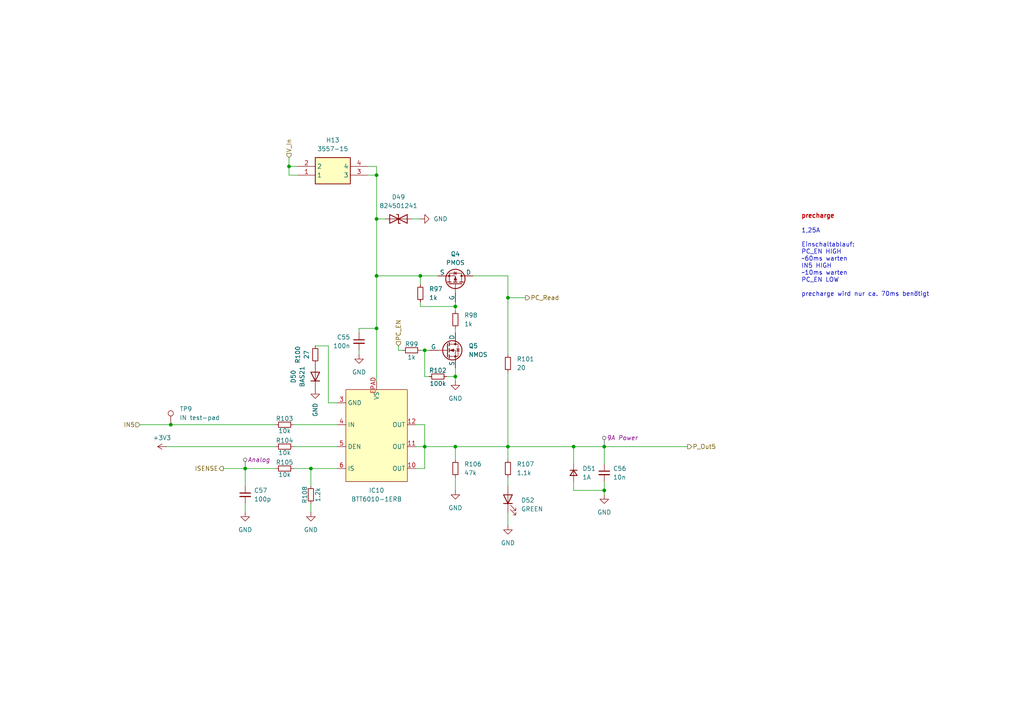
<source format=kicad_sch>
(kicad_sch (version 20231120) (generator "eeschema") (generator_version "8.0")
  (paper "A4")
  (title_block (title "PDU FT25") (date "2024-11-23") (rev "V1.1") (company "Janek Herm") (comment 1 "FaSTTUBe Electronics"))
  (lib_symbols
    (symbol "3557-15:3557-15"
      (property "Reference" "H" (at 16.51 7.62 0))
      (property "Value" "3557-15" (at 16.51 5.08 0))
      (symbol "3557-15_1_1"
        (rectangle (start 5.08 2.54) (end 15.24 -5.08) (stroke (width 0.254)) (fill (type background)))
        (pin passive line (at 0 -2.54 0) (length 5.08) (name "1") (number "1"))
        (pin passive line (at 0 0 0) (length 5.08) (name "2") (number "2"))
        (pin passive line (at 20.32 -2.54 180) (length 5.08) (name "3") (number "3"))
        (pin passive line (at 20.32 0 180) (length 5.08) (name "4") (number "4"))
      )
    )
    (symbol "Connector:TestPoint" (pin_numbers hide) (pin_names (offset 0.762) hide)
      (property "Reference" "TP" (at 0 6.858 0))
      (property "Value" "TestPoint" (at 0 5.08 0))
      (symbol "TestPoint_0_1"
        (circle (center 0 3.302) (radius 0.762))
      )
      (symbol "TestPoint_1_1"
        (pin passive line (at 0 0 90) (length 2.54) (name "1") (number "1"))
      )
    )
    (symbol "Device:C_Small" (pin_numbers hide) (pin_names (offset 0.254) hide)
      (property "Reference" "C" (at 0.254 1.778 0))
      (property "Value" "C_Small" (at 0.254 -2.032 0))
      (symbol "C_Small_0_1"
        (polyline (pts (xy -1.524 -0.508) (xy 1.524 -0.508)) (stroke (width 0.3302)))
        (polyline (pts (xy -1.524 0.508) (xy 1.524 0.508)) (stroke (width 0.3048)))
      )
      (symbol "C_Small_1_1"
        (pin passive line (at 0 2.54 270) (length 2.032) (name "~") (number "1"))
        (pin passive line (at 0 -2.54 90) (length 2.032) (name "~") (number "2"))
      )
    )
    (symbol "Device:D_Small" (pin_numbers hide) (pin_names (offset 0.254) hide)
      (property "Reference" "D" (at -1.27 2.032 0))
      (property "Value" "D_Small" (at -3.81 -2.032 0))
      (symbol "D_Small_0_1"
        (polyline (pts (xy -0.762 -1.016) (xy -0.762 1.016)) (stroke (width 0.254)))
        (polyline (pts (xy -0.762 0) (xy 0.762 0)))
        (polyline (pts (xy 0.762 -1.016) (xy -0.762 0) (xy 0.762 1.016) (xy 0.762 -1.016)) (stroke (width 0.254)))
      )
      (symbol "D_Small_1_1"
        (pin passive line (at -2.54 0 0) (length 1.778) (name "K") (number "1"))
        (pin passive line (at 2.54 0 180) (length 1.778) (name "A") (number "2"))
      )
    )
    (symbol "Device:D_TVS" (pin_numbers hide) (pin_names (offset 1.016) hide)
      (property "Reference" "D" (at 0 2.54 0))
      (property "Value" "D_TVS" (at 0 -2.54 0))
      (symbol "D_TVS_0_1"
        (polyline (pts (xy 1.27 0) (xy -1.27 0)))
        (polyline (pts (xy 0.508 1.27) (xy 0 1.27) (xy 0 -1.27) (xy -0.508 -1.27)) (stroke (width 0.254)))
        (polyline (pts (xy -2.54 1.27) (xy -2.54 -1.27) (xy 2.54 1.27) (xy 2.54 -1.27) (xy -2.54 1.27)) (stroke (width 0.254)))
      )
      (symbol "D_TVS_1_1"
        (pin passive line (at -3.81 0 0) (length 2.54) (name "A1") (number "1"))
        (pin passive line (at 3.81 0 180) (length 2.54) (name "A2") (number "2"))
      )
    )
    (symbol "Device:LED" (pin_numbers hide) (pin_names (offset 1.016) hide)
      (property "Reference" "D" (at 0 2.54 0))
      (property "Value" "LED" (at 0 -2.54 0))
      (symbol "LED_0_1"
        (polyline (pts (xy -1.27 -1.27) (xy -1.27 1.27)) (stroke (width 0.254)))
        (polyline (pts (xy -1.27 0) (xy 1.27 0)))
        (polyline (pts (xy 1.27 -1.27) (xy 1.27 1.27) (xy -1.27 0) (xy 1.27 -1.27)) (stroke (width 0.254)))
        (polyline (pts (xy -3.048 -0.762) (xy -4.572 -2.286) (xy -3.81 -2.286) (xy -4.572 -2.286) (xy -4.572 -1.524)))
        (polyline (pts (xy -1.778 -0.762) (xy -3.302 -2.286) (xy -2.54 -2.286) (xy -3.302 -2.286) (xy -3.302 -1.524)))
      )
      (symbol "LED_1_1"
        (pin passive line (at -3.81 0 0) (length 2.54) (name "K") (number "1"))
        (pin passive line (at 3.81 0 180) (length 2.54) (name "A") (number "2"))
      )
    )
    (symbol "Device:R_Small" (pin_numbers hide) (pin_names (offset 0.254) hide)
      (property "Reference" "R" (at 0.762 0.508 0))
      (property "Value" "R_Small" (at 0.762 -1.016 0))
      (symbol "R_Small_0_1"
        (rectangle (start -0.762 1.778) (end 0.762 -1.778) (stroke (width 0.2032)))
      )
      (symbol "R_Small_1_1"
        (pin passive line (at 0 2.54 270) (length 0.762) (name "~") (number "1"))
        (pin passive line (at 0 -2.54 90) (length 0.762) (name "~") (number "2"))
      )
    )
    (symbol "Diode:BAS21" (pin_numbers hide) (pin_names hide)
      (property "Reference" "D" (at 0 2.54 0))
      (property "Value" "BAS21" (at 0 -2.54 0))
      (symbol "BAS21_0_1"
        (polyline (pts (xy -1.27 1.27) (xy -1.27 -1.27)) (stroke (width 0.254)))
        (polyline (pts (xy 1.27 0) (xy -1.27 0)))
        (polyline (pts (xy 1.27 1.27) (xy 1.27 -1.27) (xy -1.27 0) (xy 1.27 1.27)) (stroke (width 0.254)))
      )
      (symbol "BAS21_1_1"
        (pin passive line (at 3.81 0 180) (length 2.54) (name "A") (number "1"))
        (pin no_connect line (at -1.27 0 0) (length 2.54) hide (name "NC") (number "2"))
        (pin passive line (at -3.81 0 0) (length 2.54) (name "K") (number "3"))
      )
    )
    (symbol "FaSTTUBe_Power-Switches:BTT6010-1ERB"
      (property "Reference" "IC" (at 0.254 -28.956 0))
      (property "Value" "BTT6010-1ERB" (at 0.508 -30.734 0))
      (symbol "BTT6010-1ERB_1_1"
        (rectangle (start -8.89 -1.27) (end 8.89 -27.94) (fill (type background)))
        (pin passive line (at 11.43 -24.13 180) (length 2.54) (name "OUT") (number "10"))
        (pin passive line (at 11.43 -17.78 180) (length 2.54) (name "OUT") (number "11"))
        (pin passive line (at 11.43 -11.43 180) (length 2.54) (name "OUT") (number "12"))
        (pin output line (at -11.43 -5.08 0) (length 2.54) (name "GND") (number "3"))
        (pin input line (at -11.43 -11.43 0) (length 2.54) (name "IN") (number "4"))
        (pin input line (at -11.43 -17.78 0) (length 2.54) (name "DEN") (number "5"))
        (pin output line (at -11.43 -24.13 0) (length 2.54) (name "IS") (number "6"))
        (pin input line (at 0 1.27 270) (length 2.54) (name "VS") (number "EPAD"))
      )
    )
    (symbol "Simulation_SPICE:NMOS" (pin_numbers hide) (pin_names (offset 0))
      (property "Reference" "Q" (at 5.08 1.27 0))
      (property "Value" "NMOS" (at 5.08 -1.27 0))
      (symbol "NMOS_0_1"
        (polyline (pts (xy 0.254 0) (xy -2.54 0)))
        (polyline (pts (xy 0.254 1.905) (xy 0.254 -1.905)) (stroke (width 0.254)))
        (polyline (pts (xy 0.762 -1.27) (xy 0.762 -2.286)) (stroke (width 0.254)))
        (polyline (pts (xy 0.762 0.508) (xy 0.762 -0.508)) (stroke (width 0.254)))
        (polyline (pts (xy 0.762 2.286) (xy 0.762 1.27)) (stroke (width 0.254)))
        (polyline (pts (xy 2.54 2.54) (xy 2.54 1.778)))
        (polyline (pts (xy 2.54 -2.54) (xy 2.54 0) (xy 0.762 0)))
        (polyline (pts (xy 0.762 -1.778) (xy 3.302 -1.778) (xy 3.302 1.778) (xy 0.762 1.778)))
        (polyline (pts (xy 1.016 0) (xy 2.032 0.381) (xy 2.032 -0.381) (xy 1.016 0)) (fill (type outline)))
        (polyline (pts (xy 2.794 0.508) (xy 2.921 0.381) (xy 3.683 0.381) (xy 3.81 0.254)))
        (polyline (pts (xy 3.302 0.381) (xy 2.921 -0.254) (xy 3.683 -0.254) (xy 3.302 0.381)))
        (circle (center 1.651 0) (radius 2.794) (stroke (width 0.254)))
        (circle (center 2.54 -1.778) (radius 0.254) (fill (type outline)))
        (circle (center 2.54 1.778) (radius 0.254) (fill (type outline)))
      )
      (symbol "NMOS_1_1"
        (pin passive line (at 2.54 5.08 270) (length 2.54) (name "D") (number "1"))
        (pin input line (at -5.08 0 0) (length 2.54) (name "G") (number "2"))
        (pin passive line (at 2.54 -5.08 90) (length 2.54) (name "S") (number "3"))
      )
    )
    (symbol "Simulation_SPICE:PMOS" (pin_numbers hide) (pin_names (offset 0))
      (property "Reference" "Q" (at 5.08 1.27 0))
      (property "Value" "PMOS" (at 5.08 -1.27 0))
      (symbol "PMOS_0_1"
        (polyline (pts (xy 0.254 0) (xy -2.54 0)))
        (polyline (pts (xy 0.254 1.905) (xy 0.254 -1.905)) (stroke (width 0.254)))
        (polyline (pts (xy 0.762 -1.27) (xy 0.762 -2.286)) (stroke (width 0.254)))
        (polyline (pts (xy 0.762 0.508) (xy 0.762 -0.508)) (stroke (width 0.254)))
        (polyline (pts (xy 0.762 2.286) (xy 0.762 1.27)) (stroke (width 0.254)))
        (polyline (pts (xy 2.54 2.54) (xy 2.54 1.778)))
        (polyline (pts (xy 2.54 -2.54) (xy 2.54 0) (xy 0.762 0)))
        (polyline (pts (xy 0.762 1.778) (xy 3.302 1.778) (xy 3.302 -1.778) (xy 0.762 -1.778)))
        (polyline (pts (xy 2.286 0) (xy 1.27 0.381) (xy 1.27 -0.381) (xy 2.286 0)) (fill (type outline)))
        (polyline (pts (xy 2.794 -0.508) (xy 2.921 -0.381) (xy 3.683 -0.381) (xy 3.81 -0.254)))
        (polyline (pts (xy 3.302 -0.381) (xy 2.921 0.254) (xy 3.683 0.254) (xy 3.302 -0.381)))
        (circle (center 1.651 0) (radius 2.794) (stroke (width 0.254)))
        (circle (center 2.54 -1.778) (radius 0.254) (fill (type outline)))
        (circle (center 2.54 1.778) (radius 0.254) (fill (type outline)))
      )
      (symbol "PMOS_1_1"
        (pin passive line (at 2.54 5.08 270) (length 2.54) (name "D") (number "1"))
        (pin input line (at -5.08 0 0) (length 2.54) (name "G") (number "2"))
        (pin passive line (at 2.54 -5.08 90) (length 2.54) (name "S") (number "3"))
      )
    )
    (symbol "power:+3.3V" (power) (pin_numbers hide) (pin_names (offset 0) hide)
      (property "Value" "+3.3V" (at 0 3.556 0))
      (symbol "+3.3V_0_1"
        (polyline (pts (xy -0.762 1.27) (xy 0 2.54)))
        (polyline (pts (xy 0 0) (xy 0 2.54)))
        (polyline (pts (xy 0 2.54) (xy 0.762 1.27)))
      )
      (symbol "+3.3V_1_1"
        (pin power_in line (at 0 0 90) (length 0) (name "~") (number "1"))
      )
    )
    (symbol "power:GND" (power) (pin_numbers hide) (pin_names (offset 0) hide)
      (property "Value" "GND" (at 0 -3.81 0))
      (symbol "GND_0_1"
        (polyline (pts (xy 0 0) (xy 0 -1.27) (xy 1.27 -1.27) (xy 0 -2.54) (xy -1.27 -1.27) (xy 0 -1.27)))
      )
      (symbol "GND_1_1"
        (pin power_in line (at 0 0 270) (length 0) (name "~") (number "1"))
      )
    )
  )
  (junction (at 109.22 63.5))
  (junction (at 83.82 48.26))
  (junction (at 90.17 135.89))
  (junction (at 132.08 88.9))
  (junction (at 132.08 129.54))
  (junction (at 109.22 95.25))
  (junction (at 147.32 129.54))
  (junction (at 121.92 80.01))
  (junction (at 175.26 129.54))
  (junction (at 123.19 101.6))
  (junction (at 166.37 129.54))
  (junction (at 71.12 135.89))
  (junction (at 109.22 50.8))
  (junction (at 132.08 109.22))
  (junction (at 49.53 123.19))
  (junction (at 147.32 86.36))
  (junction (at 109.22 80.01))
  (junction (at 175.26 142.24))
  (junction (at 123.19 129.54))
  (wire (pts (xy 49.53 123.19) (xy 80.01 123.19)))
  (wire (pts (xy 147.32 80.01) (xy 147.32 86.36)))
  (wire (pts (xy 85.09 135.89) (xy 90.17 135.89)))
  (wire (pts (xy 175.26 129.54) (xy 166.37 129.54)))
  (wire (pts (xy 95.25 100.33) (xy 91.44 100.33)))
  (wire (pts (xy 115.57 101.6) (xy 116.84 101.6)))
  (wire (pts (xy 85.09 129.54) (xy 97.79 129.54)))
  (wire (pts (xy 109.22 80.01) (xy 121.92 80.01)))
  (wire (pts (xy 109.22 48.26) (xy 109.22 50.8)))
  (wire (pts (xy 83.82 45.72) (xy 83.82 48.26)))
  (wire (pts (xy 121.92 63.5) (xy 119.38 63.5)))
  (wire (pts (xy 40.64 123.19) (xy 49.53 123.19)))
  (wire (pts (xy 121.92 101.6) (xy 123.19 101.6)))
  (wire (pts (xy 132.08 90.17) (xy 132.08 88.9)))
  (wire (pts (xy 106.68 50.8) (xy 109.22 50.8)))
  (wire (pts (xy 83.82 48.26) (xy 86.36 48.26)))
  (wire (pts (xy 132.08 138.43) (xy 132.08 142.24)))
  (wire (pts (xy 175.26 129.54) (xy 175.26 134.62)))
  (wire (pts (xy 137.16 80.01) (xy 147.32 80.01)))
  (wire (pts (xy 71.12 135.89) (xy 71.12 140.97)))
  (wire (pts (xy 123.19 101.6) (xy 123.19 109.22)))
  (wire (pts (xy 115.57 100.33) (xy 115.57 101.6)))
  (wire (pts (xy 109.22 95.25) (xy 104.14 95.25)))
  (wire (pts (xy 106.68 48.26) (xy 109.22 48.26)))
  (wire (pts (xy 64.77 135.89) (xy 71.12 135.89)))
  (wire (pts (xy 132.08 129.54) (xy 147.32 129.54)))
  (wire (pts (xy 132.08 109.22) (xy 132.08 110.49)))
  (wire (pts (xy 85.09 123.19) (xy 97.79 123.19)))
  (wire (pts (xy 71.12 146.05) (xy 71.12 148.59)))
  (wire (pts (xy 132.08 129.54) (xy 132.08 133.35)))
  (wire (pts (xy 132.08 96.52) (xy 132.08 95.25)))
  (wire (pts (xy 121.92 80.01) (xy 127 80.01)))
  (wire (pts (xy 104.14 95.25) (xy 104.14 96.52)))
  (wire (pts (xy 123.19 101.6) (xy 124.46 101.6)))
  (wire (pts (xy 123.19 123.19) (xy 123.19 129.54)))
  (wire (pts (xy 166.37 129.54) (xy 166.37 134.62)))
  (wire (pts (xy 109.22 50.8) (xy 109.22 63.5)))
  (wire (pts (xy 120.65 129.54) (xy 123.19 129.54)))
  (wire (pts (xy 121.92 80.01) (xy 121.92 82.55)))
  (wire (pts (xy 132.08 106.68) (xy 132.08 109.22)))
  (wire (pts (xy 147.32 107.95) (xy 147.32 129.54)))
  (wire (pts (xy 83.82 50.8) (xy 86.36 50.8)))
  (wire (pts (xy 123.19 129.54) (xy 132.08 129.54)))
  (wire (pts (xy 147.32 129.54) (xy 147.32 133.35)))
  (wire (pts (xy 123.19 135.89) (xy 123.19 129.54)))
  (wire (pts (xy 109.22 63.5) (xy 109.22 80.01)))
  (wire (pts (xy 147.32 148.59) (xy 147.32 152.4)))
  (wire (pts (xy 83.82 48.26) (xy 83.82 50.8)))
  (wire (pts (xy 120.65 135.89) (xy 123.19 135.89)))
  (wire (pts (xy 109.22 95.25) (xy 109.22 110.49)))
  (wire (pts (xy 71.12 135.89) (xy 80.01 135.89)))
  (wire (pts (xy 104.14 101.6) (xy 104.14 102.87)))
  (wire (pts (xy 129.54 109.22) (xy 132.08 109.22)))
  (wire (pts (xy 175.26 139.7) (xy 175.26 142.24)))
  (wire (pts (xy 132.08 87.63) (xy 132.08 88.9)))
  (wire (pts (xy 147.32 86.36) (xy 152.4 86.36)))
  (wire (pts (xy 120.65 123.19) (xy 123.19 123.19)))
  (wire (pts (xy 90.17 135.89) (xy 90.17 140.97)))
  (wire (pts (xy 175.26 129.54) (xy 199.39 129.54)))
  (wire (pts (xy 166.37 142.24) (xy 175.26 142.24)))
  (wire (pts (xy 48.26 129.54) (xy 80.01 129.54)))
  (wire (pts (xy 109.22 80.01) (xy 109.22 95.25)))
  (wire (pts (xy 90.17 146.05) (xy 90.17 148.59)))
  (wire (pts (xy 166.37 139.7) (xy 166.37 142.24)))
  (wire (pts (xy 123.19 109.22) (xy 124.46 109.22)))
  (wire (pts (xy 121.92 88.9) (xy 132.08 88.9)))
  (wire (pts (xy 175.26 142.24) (xy 175.26 143.51)))
  (wire (pts (xy 147.32 138.43) (xy 147.32 140.97)))
  (wire (pts (xy 95.25 100.33) (xy 95.25 116.84)))
  (wire (pts (xy 147.32 129.54) (xy 166.37 129.54)))
  (wire (pts (xy 121.92 87.63) (xy 121.92 88.9)))
  (wire (pts (xy 109.22 63.5) (xy 111.76 63.5)))
  (wire (pts (xy 95.25 116.84) (xy 97.79 116.84)))
  (wire (pts (xy 90.17 135.89) (xy 97.79 135.89)))
  (wire (pts (xy 147.32 86.36) (xy 147.32 102.87)))
  (text "precharge" (at 237.236 62.738 0) (effects (font (size 1.27 1.27) (thickness 0.254) (bold yes))))
  (text "1,25A\n\nEinschaltablauf:\nPC_EN HIGH\n~60ms warten\nIN5 HIGH\n~10ms warten\nPC_EN LOW\n\nprecharge wird nur ca. 70ms benötigt" (at 232.41 76.2 0) (effects (font (size 1.27 1.27)) (justify left)))
  (hierarchical_label "PC_Read" (shape output) (at 152.4 86.36 0))
  (hierarchical_label "IN5" (shape input) (at 40.64 123.19 180))
  (hierarchical_label "P_Out5" (shape output) (at 199.39 129.54 0))
  (hierarchical_label "ISENSE" (shape output) (at 64.77 135.89 180))
  (hierarchical_label "PC_EN" (shape input) (at 115.57 100.33 90))
  (hierarchical_label "V_In" (shape input) (at 83.82 45.72 90))
  (netclass_flag "" (length 2.54) (shape round) (at 71.12 135.89 0) (property "Netclass" "Analog" (at 71.8185 133.35 0) (effects (font (italic yes)) (justify left))))
  (netclass_flag "" (length 2.54) (shape round) (at 175.26 129.54 0) (property "Netclass" "9A Power" (at 175.9585 127 0) (effects (font (italic yes)) (justify left))))
  (symbol (lib_id "Simulation_SPICE:PMOS") (at 132.08 82.55 270) (mirror x) (unit 1)
    (property "Reference" "Q4" (at 132.08 73.66 90))
    (property "Value" "PMOS" (at 132.08 76.2 90))
    (property "Datasheet" "https://ngspice.sourceforge.io/docs/ngspice-html-manual/manual.xhtml#cha_MOSFETs" (effects (hide yes)))
    (property "Description" "P-MOSFET transistor, drain/source/gate" (effects (hide yes)))
    (property "Sim.Device" "PMOS" (effects (hide yes)))
    (property "Sim.Type" "VDMOS" (effects (hide yes)))
    (property "Sim.Pins" "1=D 2=G 3=S" (effects (hide yes)))
  )
  (symbol (lib_id "FaSTTUBe_Power-Switches:BTT6010-1ERB") (at 109.22 111.76 0) (unit 1)
    (property "Reference" "IC10" (at 109.22 142.24 0))
    (property "Value" "BTT6010-1ERB" (at 109.22 144.78 0))
    (property "Footprint" "BTT6010-1ERB:SOIC14_BTT6010-1ERB_INF" (effects (hide yes)))
    (property "Datasheet" "https://www.infineon.com/dgdl/Infineon-BTT6010-1ERB-DS-v01_00-EN.pdf?fileId=5546d46269e1c019016a21e80b080d7a" (effects (hide yes)))
  )
  (symbol (lib_id "Device:D_TVS") (at 115.57 63.5 0) (mirror y) (unit 1)
    (property "Reference" "D49" (at 115.57 57.15 0))
    (property "Value" "824501241" (at 115.57 59.69 0))
    (property "Footprint" "824501241:DIOM5127X250N" (effects (hide yes)))
    (property "Datasheet" "https://www.we-online.com/components/products/datasheet/824501241.pdf" (effects (hide yes)))
    (property "Description" "Bidirectional transient-voltage-suppression diode" (effects (hide yes)))
  )
  (symbol (lib_id "Device:R_Small") (at 132.08 92.71 0) (unit 1)
    (property "Reference" "R98" (at 134.62 91.4399 0) (effects (justify left)))
    (property "Value" "1k" (at 134.62 93.9799 0) (effects (justify left)))
    (property "Footprint" "Resistor_SMD:R_0603_1608Metric_Pad0.98x0.95mm_HandSolder" (effects (hide yes)))
    (property "Description" "Resistor, small symbol" (effects (hide yes)))
  )
  (symbol (lib_id "Device:R_Small") (at 119.38 101.6 90) (unit 1)
    (property "Reference" "R99" (at 119.38 99.822 90))
    (property "Value" "1k" (at 119.38 103.632 90))
    (property "Footprint" "Resistor_SMD:R_0603_1608Metric_Pad0.98x0.95mm_HandSolder" (effects (hide yes)))
    (property "Description" "Resistor, small symbol" (effects (hide yes)))
  )
  (symbol (lib_id "Simulation_SPICE:NMOS") (at 129.54 101.6 0) (unit 1)
    (property "Reference" "Q5" (at 135.89 100.3299 0) (effects (justify left)))
    (property "Value" "NMOS" (at 135.89 102.8699 0) (effects (justify left)))
    (property "Datasheet" "https://ngspice.sourceforge.io/docs/ngspice-html-manual/manual.xhtml#cha_MOSFETs" (effects (hide yes)))
    (property "Description" "N-MOSFET transistor, drain/source/gate" (effects (hide yes)))
    (property "Sim.Device" "NMOS" (effects (hide yes)))
    (property "Sim.Type" "VDMOS" (effects (hide yes)))
    (property "Sim.Pins" "1=D 2=G 3=S" (effects (hide yes)))
  )
  (symbol (lib_id "Device:C_Small") (at 104.14 99.06 0) (mirror y) (unit 1)
    (property "Reference" "C55" (at 101.6 97.7962 0) (effects (justify left)))
    (property "Value" "100n" (at 101.6 100.3362 0) (effects (justify left)))
    (property "Footprint" "Capacitor_SMD:C_0603_1608Metric_Pad1.08x0.95mm_HandSolder" (effects (hide yes)))
    (property "Description" "Unpolarized capacitor, small symbol" (effects (hide yes)))
  )
  (symbol (lib_id "power:GND") (at 91.44 113.03 0) (unit 1)
    (property "Reference" "#PWR0158" (effects (hide yes)))
    (property "Value" "GND" (at 91.4399 116.84 90) (effects (justify right)))
    (property "Description" "Power symbol creates a global label with name \"GND\" , ground" (effects (hide yes)))
  )
  (symbol (lib_id "power:+3.3V") (at 48.26 129.54 90) (unit 1)
    (property "Reference" "#PWR0159" (effects (hide yes)))
    (property "Value" "+3V3" (at 46.99 127 90))
    (property "Description" "Power symbol creates a global label with name \"+3.3V\"" (effects (hide yes)))
  )
  (symbol (lib_id "Device:R_Small") (at 82.55 135.89 270) (unit 1)
    (property "Reference" "R105" (at 82.55 134.112 90))
    (property "Value" "10k" (at 82.55 137.668 90))
    (property "Footprint" "Resistor_SMD:R_0603_1608Metric_Pad0.98x0.95mm_HandSolder" (effects (hide yes)))
    (property "Description" "Resistor, small symbol" (effects (hide yes)))
  )
  (symbol (lib_id "Device:R_Small") (at 132.08 135.89 0) (unit 1)
    (property "Reference" "R106" (at 134.62 134.6199 0) (effects (justify left)))
    (property "Value" "47k" (at 134.62 137.1599 0) (effects (justify left)))
    (property "Footprint" "Resistor_SMD:R_0603_1608Metric_Pad0.98x0.95mm_HandSolder" (effects (hide yes)))
    (property "Description" "Resistor, small symbol" (effects (hide yes)))
  )
  (symbol (lib_id "Device:C_Small") (at 71.12 143.51 0) (unit 1)
    (property "Reference" "C57" (at 73.66 142.2462 0) (effects (justify left)))
    (property "Value" "100p" (at 73.66 144.7862 0) (effects (justify left)))
    (property "Footprint" "Capacitor_SMD:C_0603_1608Metric_Pad1.08x0.95mm_HandSolder" (effects (hide yes)))
    (property "Description" "Unpolarized capacitor, small symbol" (effects (hide yes)))
  )
  (symbol (lib_id "Device:D_Small") (at 166.37 137.16 270) (unit 1)
    (property "Reference" "D51" (at 168.91 135.8899 90) (effects (justify left)))
    (property "Value" "1A" (at 168.91 138.4299 90) (effects (justify left)))
    (property "Footprint" "Diode_SMD:D_SOD-123F" (effects (hide yes)))
    (property "Datasheet" "https://www.mouser.de/datasheet/2/389/stpst1h100-3107187.pdf" (effects (hide yes)))
    (property "Description" "Diode, small symbol" (effects (hide yes)))
    (property "Sim.Device" "D" (effects (hide yes)))
    (property "Sim.Pins" "1=K 2=A" (effects (hide yes)))
  )
  (symbol (lib_id "power:GND") (at 132.08 110.49 0) (unit 1)
    (property "Reference" "#PWR0157" (effects (hide yes)))
    (property "Value" "GND" (at 132.08 115.57 0))
    (property "Description" "Power symbol creates a global label with name \"GND\" , ground" (effects (hide yes)))
  )
  (symbol (lib_id "Device:LED") (at 147.32 144.78 90) (unit 1)
    (property "Reference" "D52" (at 151.13 145.0974 90) (effects (justify right)))
    (property "Value" "GREEN" (at 151.13 147.6374 90) (effects (justify right)))
    (property "Footprint" "Resistor_SMD:R_0603_1608Metric_Pad0.98x0.95mm_HandSolder" (effects (hide yes)))
    (property "Datasheet" "https://www.we-online.com/components/products/datasheet/150040GS73220.pdf" (effects (hide yes)))
    (property "Description" "Light emitting diode" (effects (hide yes)))
    (property "MPR" "150040GS73220" (effects (hide yes)))
  )
  (symbol (lib_id "Device:R_Small") (at 91.44 102.87 180) (unit 1)
    (property "Reference" "R100" (at 86.36 102.87 90))
    (property "Value" "27" (at 88.9 102.87 90))
    (property "Footprint" "Resistor_SMD:R_0603_1608Metric_Pad0.98x0.95mm_HandSolder" (effects (hide yes)))
    (property "Description" "Resistor, small symbol" (effects (hide yes)))
  )
  (symbol (lib_id "Device:R_Small") (at 82.55 123.19 270) (unit 1)
    (property "Reference" "R103" (at 82.55 121.412 90))
    (property "Value" "10k" (at 82.55 124.968 90))
    (property "Footprint" "Resistor_SMD:R_0603_1608Metric_Pad0.98x0.95mm_HandSolder" (effects (hide yes)))
    (property "Description" "Resistor, small symbol" (effects (hide yes)))
  )
  (symbol (lib_id "Device:R_Small") (at 90.17 143.51 0) (unit 1)
    (property "Reference" "R108" (at 88.392 143.51 90))
    (property "Value" "1.2k" (at 92.202 143.51 90))
    (property "Footprint" "Resistor_SMD:R_0603_1608Metric_Pad0.98x0.95mm_HandSolder" (effects (hide yes)))
    (property "Description" "Resistor, small symbol" (effects (hide yes)))
  )
  (symbol (lib_id "power:GND") (at 90.17 148.59 0) (unit 1)
    (property "Reference" "#PWR0163" (effects (hide yes)))
    (property "Value" "GND" (at 90.17 153.67 0))
    (property "Description" "Power symbol creates a global label with name \"GND\" , ground" (effects (hide yes)))
  )
  (symbol (lib_id "Device:R_Small") (at 147.32 135.89 0) (unit 1)
    (property "Reference" "R107" (at 149.86 134.6199 0) (effects (justify left)))
    (property "Value" "1.1k" (at 149.86 137.1599 0) (effects (justify left)))
    (property "Footprint" "Resistor_SMD:R_0603_1608Metric_Pad0.98x0.95mm_HandSolder" (effects (hide yes)))
    (property "Description" "Resistor, small symbol" (effects (hide yes)))
  )
  (symbol (lib_id "Device:R_Small") (at 147.32 105.41 0) (unit 1)
    (property "Reference" "R101" (at 149.86 104.1399 0) (effects (justify left)))
    (property "Value" "20" (at 149.86 106.6799 0) (effects (justify left)))
    (property "Footprint" "Resistor_SMD:R_1210_3225Metric_Pad1.30x2.65mm_HandSolder" (effects (hide yes)))
    (property "Description" "Resistor, small symbol" (effects (hide yes)))
  )
  (symbol (lib_id "3557-15:3557-15") (at 86.36 48.26 0) (unit 1)
    (property "Reference" "H13" (at 96.52 40.64 0))
    (property "Value" "3557-15" (at 96.52 43.18 0))
    (property "Footprint" "3557-15:355715" (effects (hide yes)))
    (property "Datasheet" "https://www.keyelco.com/product-pdf.cfm?p=14225" (effects (hide yes)))
    (property "Description" "Fuse Holder T/H 2 IN 1 AUTO BLDE HOLDER, BLUE 15A" (effects (hide yes)))
    (property "Height" "7.5" (effects (hide yes)))
    (property "Mouser Part Number" "534-3557-15" (effects (hide yes)))
    (property "Mouser Price/Stock" "https://www.mouser.co.uk/ProductDetail/Keystone-Electronics/3557-15?qs=iR2ablhfrmFh8obBV91Xhg%3D%3D" (effects (hide yes)))
    (property "Manufacturer_Name" "Keystone Electronics" (effects (hide yes)))
    (property "Manufacturer_Part_Number" "3557-15" (effects (hide yes)))
  )
  (symbol (lib_id "Connector:TestPoint") (at 49.53 123.19 0) (unit 1)
    (property "Reference" "TP9" (at 52.07 118.6179 0) (effects (justify left)))
    (property "Value" "IN test-pad" (at 52.07 121.1579 0) (effects (justify left)))
    (property "Description" "test point" (effects (hide yes)))
  )
  (symbol (lib_id "power:GND") (at 104.14 102.87 0) (mirror y) (unit 1)
    (property "Reference" "#PWR0156" (effects (hide yes)))
    (property "Value" "GND" (at 104.14 107.95 0))
    (property "Description" "Power symbol creates a global label with name \"GND\" , ground" (effects (hide yes)))
  )
  (symbol (lib_id "Device:R_Small") (at 121.92 85.09 0) (unit 1)
    (property "Reference" "R97" (at 124.46 83.8199 0) (effects (justify left)))
    (property "Value" "1k" (at 124.46 86.3599 0) (effects (justify left)))
    (property "Footprint" "Resistor_SMD:R_0603_1608Metric_Pad0.98x0.95mm_HandSolder" (effects (hide yes)))
    (property "Description" "Resistor, small symbol" (effects (hide yes)))
  )
  (symbol (lib_id "Diode:BAS21") (at 91.44 109.22 90) (unit 1)
    (property "Reference" "D50" (at 85.09 109.22 0))
    (property "Value" "BAS21" (at 87.63 109.22 0))
    (property "Footprint" "Package_TO_SOT_SMD:SOT-23" (effects (hide yes)))
    (property "Datasheet" "https://www.diodes.com/assets/Datasheets/Ds12004.pdf" (effects (hide yes)))
    (property "Description" "250V, 0.4A, High-speed Switching Diode, SOT-23" (effects (hide yes)))
  )
  (symbol (lib_id "power:GND") (at 121.92 63.5 90) (mirror x) (unit 1)
    (property "Reference" "#PWR0155" (effects (hide yes)))
    (property "Value" "GND" (at 125.73 63.4999 90) (effects (justify right)))
    (property "Description" "Power symbol creates a global label with name \"GND\" , ground" (effects (hide yes)))
  )
  (symbol (lib_id "power:GND") (at 71.12 148.59 0) (unit 1)
    (property "Reference" "#PWR0162" (effects (hide yes)))
    (property "Value" "GND" (at 71.12 153.67 0))
    (property "Description" "Power symbol creates a global label with name \"GND\" , ground" (effects (hide yes)))
  )
  (symbol (lib_id "power:GND") (at 132.08 142.24 0) (unit 1)
    (property "Reference" "#PWR0160" (effects (hide yes)))
    (property "Value" "GND" (at 132.08 147.32 0))
    (property "Description" "Power symbol creates a global label with name \"GND\" , ground" (effects (hide yes)))
  )
  (symbol (lib_id "Device:C_Small") (at 175.26 137.16 0) (unit 1)
    (property "Reference" "C56" (at 177.8 135.8962 0) (effects (justify left)))
    (property "Value" "10n" (at 177.8 138.4362 0) (effects (justify left)))
    (property "Footprint" "Capacitor_SMD:C_0603_1608Metric_Pad1.08x0.95mm_HandSolder" (effects (hide yes)))
    (property "Description" "Unpolarized capacitor, small symbol" (effects (hide yes)))
  )
  (symbol (lib_id "power:GND") (at 175.26 143.51 0) (unit 1)
    (property "Reference" "#PWR0161" (effects (hide yes)))
    (property "Value" "GND" (at 175.26 148.59 0))
    (property "Description" "Power symbol creates a global label with name \"GND\" , ground" (effects (hide yes)))
  )
  (symbol (lib_id "Device:R_Small") (at 127 109.22 90) (unit 1)
    (property "Reference" "R102" (at 127 107.442 90))
    (property "Value" "100k" (at 127 111.252 90))
    (property "Footprint" "Resistor_SMD:R_0603_1608Metric_Pad0.98x0.95mm_HandSolder" (effects (hide yes)))
    (property "Description" "Resistor, small symbol" (effects (hide yes)))
  )
  (symbol (lib_id "Device:R_Small") (at 82.55 129.54 270) (unit 1)
    (property "Reference" "R104" (at 82.55 127.762 90))
    (property "Value" "10k" (at 82.55 131.318 90))
    (property "Footprint" "Resistor_SMD:R_0603_1608Metric_Pad0.98x0.95mm_HandSolder" (effects (hide yes)))
    (property "Description" "Resistor, small symbol" (effects (hide yes)))
  )
  (symbol (lib_id "power:GND") (at 147.32 152.4 0) (unit 1)
    (property "Reference" "#PWR0164" (effects (hide yes)))
    (property "Value" "GND" (at 147.32 157.48 0))
    (property "Description" "Power symbol creates a global label with name \"GND\" , ground" (effects (hide yes)))
  )
)
</source>
